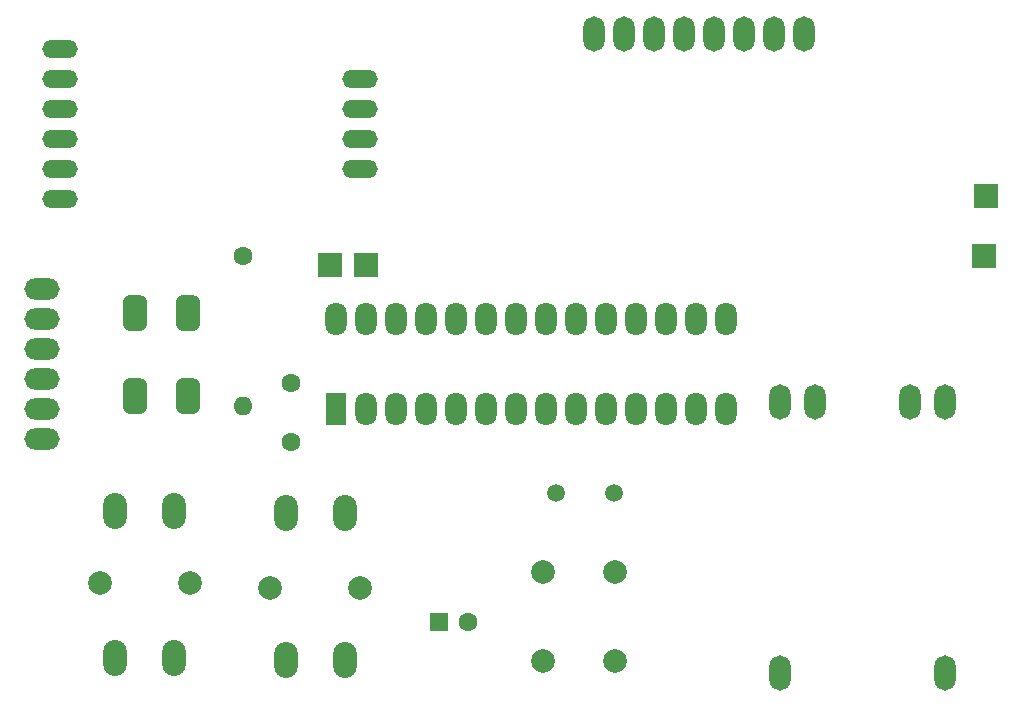
<source format=gbs>
%TF.GenerationSoftware,KiCad,Pcbnew,(7.0.0)*%
%TF.CreationDate,2023-05-07T18:54:43+02:00*%
%TF.ProjectId,balance_ruche,62616c61-6e63-4655-9f72-756368652e6b,V1.0*%
%TF.SameCoordinates,Original*%
%TF.FileFunction,Soldermask,Bot*%
%TF.FilePolarity,Negative*%
%FSLAX46Y46*%
G04 Gerber Fmt 4.6, Leading zero omitted, Abs format (unit mm)*
G04 Created by KiCad (PCBNEW (7.0.0)) date 2023-05-07 18:54:43*
%MOMM*%
%LPD*%
G01*
G04 APERTURE LIST*
G04 Aperture macros list*
%AMRoundRect*
0 Rectangle with rounded corners*
0 $1 Rounding radius*
0 $2 $3 $4 $5 $6 $7 $8 $9 X,Y pos of 4 corners*
0 Add a 4 corners polygon primitive as box body*
4,1,4,$2,$3,$4,$5,$6,$7,$8,$9,$2,$3,0*
0 Add four circle primitives for the rounded corners*
1,1,$1+$1,$2,$3*
1,1,$1+$1,$4,$5*
1,1,$1+$1,$6,$7*
1,1,$1+$1,$8,$9*
0 Add four rect primitives between the rounded corners*
20,1,$1+$1,$2,$3,$4,$5,0*
20,1,$1+$1,$4,$5,$6,$7,0*
20,1,$1+$1,$6,$7,$8,$9,0*
20,1,$1+$1,$8,$9,$2,$3,0*%
G04 Aperture macros list end*
%ADD10R,2.000000X2.000000*%
%ADD11C,1.600000*%
%ADD12O,1.600000X1.600000*%
%ADD13R,1.600000X1.600000*%
%ADD14O,3.000000X1.800000*%
%ADD15RoundRect,0.500000X-0.500000X1.000000X-0.500000X-1.000000X0.500000X-1.000000X0.500000X1.000000X0*%
%ADD16C,2.000000*%
%ADD17O,3.000000X1.524000*%
%ADD18O,1.800000X3.000000*%
%ADD19O,2.000000X3.048000*%
%ADD20O,1.800000X2.800000*%
%ADD21R,1.800000X2.800000*%
%ADD22C,1.500000*%
G04 APERTURE END LIST*
D10*
%TO.C,TP4*%
X127888999Y-61086999D03*
%TD*%
%TO.C,TP3*%
X128036999Y-55972999D03*
%TD*%
%TO.C,TP2*%
X72536999Y-61848999D03*
%TD*%
%TO.C,TP1*%
X75564999Y-61848999D03*
%TD*%
D11*
%TO.C,C3*%
X69227000Y-71795000D03*
X69227000Y-76795000D03*
%TD*%
%TO.C,R1*%
X65151000Y-61087000D03*
D12*
X65150999Y-73786999D03*
%TD*%
D13*
%TO.C,C4*%
X81700999Y-92074999D03*
D11*
X84201000Y-92075000D03*
%TD*%
D14*
%TO.C,U2*%
X48132999Y-76580999D03*
X48132999Y-74040999D03*
X48132999Y-71500999D03*
X48132999Y-68960999D03*
X48132999Y-66420999D03*
X48132999Y-63880999D03*
%TD*%
D15*
%TO.C,SW1*%
X60449500Y-65913000D03*
X56004500Y-65913000D03*
X60449500Y-72898000D03*
X56004500Y-72898000D03*
%TD*%
D16*
%TO.C,C2*%
X90551000Y-95317000D03*
X90551000Y-87817000D03*
%TD*%
%TO.C,C1*%
X96647000Y-87817000D03*
X96647000Y-95317000D03*
%TD*%
D17*
%TO.C,U4*%
X49656999Y-43560999D03*
X49656999Y-46100999D03*
X49656999Y-48640999D03*
X49656999Y-51180999D03*
X49656999Y-53720999D03*
X49656999Y-56260999D03*
X75056999Y-53720999D03*
X75056999Y-51180999D03*
X75056999Y-48640999D03*
X75056999Y-46100999D03*
%TD*%
D18*
%TO.C,U3*%
X112648999Y-42290999D03*
X110108999Y-42290999D03*
X107568999Y-42290999D03*
X105028999Y-42290999D03*
X102488999Y-42290999D03*
X99948999Y-42290999D03*
X97408999Y-42290999D03*
X94868999Y-42290999D03*
%TD*%
D16*
%TO.C,SW2*%
X52999000Y-88773000D03*
X60619000Y-88773000D03*
D19*
X54268999Y-95122999D03*
X54268999Y-82622999D03*
X59268999Y-95122999D03*
X59268999Y-82622999D03*
%TD*%
D16*
%TO.C,SW3*%
X75017000Y-89137000D03*
X67397000Y-89137000D03*
D19*
X73746999Y-82786999D03*
X73746999Y-95286999D03*
X68746999Y-82786999D03*
X68746999Y-95286999D03*
%TD*%
D20*
%TO.C,U1*%
X73024999Y-66420999D03*
X75564999Y-66420999D03*
X78104999Y-66420999D03*
X80644999Y-66420999D03*
X83184999Y-66420999D03*
X85724999Y-66420999D03*
X88264999Y-66420999D03*
X90804999Y-66420999D03*
X93344999Y-66420999D03*
X95884999Y-66420999D03*
X98424999Y-66420999D03*
X100964999Y-66420999D03*
X103504999Y-66420999D03*
X106044999Y-66420999D03*
X106044999Y-74040999D03*
X103504999Y-74040999D03*
X100964999Y-74040999D03*
X98424999Y-74040999D03*
X95884999Y-74040999D03*
X93344999Y-74040999D03*
X90804999Y-74040999D03*
X88264999Y-74040999D03*
X85724999Y-74040999D03*
X83184999Y-74040999D03*
X80644999Y-74040999D03*
X78104999Y-74040999D03*
X75564999Y-74040999D03*
D21*
X73024999Y-74040999D03*
%TD*%
D18*
%TO.C,U5*%
X124586999Y-73392999D03*
X121586999Y-73392999D03*
X113586999Y-73392999D03*
X110586999Y-73392999D03*
X110586999Y-96392999D03*
X124586999Y-96392999D03*
%TD*%
D22*
%TO.C,Y1*%
X96557000Y-81153000D03*
X91677000Y-81153000D03*
%TD*%
M02*

</source>
